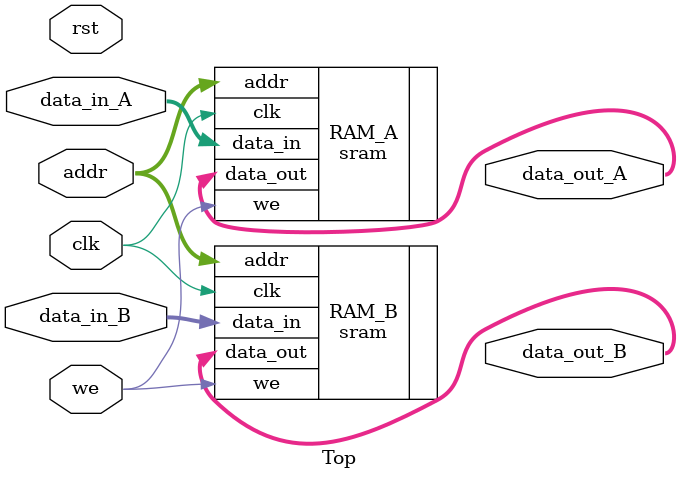
<source format=v>
module Top
(
	input clk,
	input rst,
	input [3:0] addr,
	input we,
	input [15:0] data_in_A,
	input [15:0] data_in_B,

	output [15:0] data_out_A,
	output [15:0] data_out_B
);


sram RAM_A(
	.clk(clk),
	.we(we),
	.addr(addr),
	.data_in(data_in_A),
	.data_out(data_out_A)
);

sram RAM_B(
	.clk(clk),
	.we(we),
	.addr(addr),
	.data_in(data_in_B),
	.data_out(data_out_B)
);


endmodule

</source>
